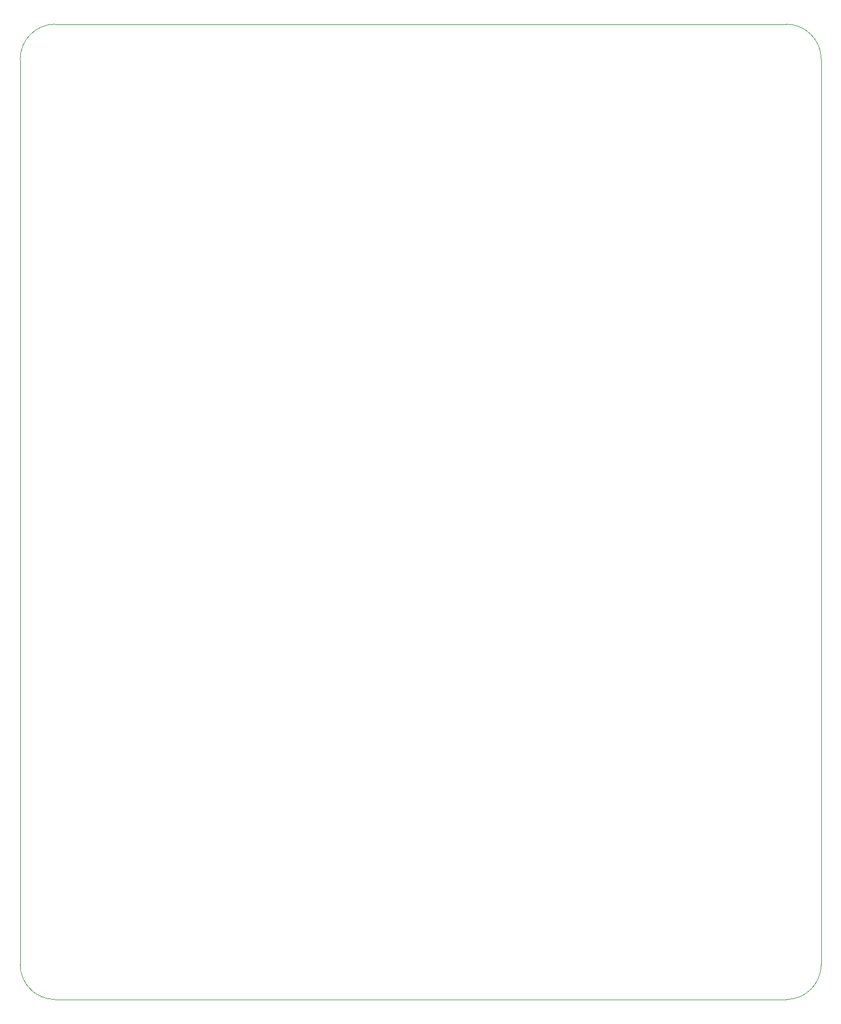
<source format=gm1>
G04 #@! TF.GenerationSoftware,KiCad,Pcbnew,9.0.3*
G04 #@! TF.CreationDate,2025-08-08T01:40:51+09:00*
G04 #@! TF.ProjectId,ESP32-MB-1.0,45535033-322d-44d4-922d-312e302e6b69,rev?*
G04 #@! TF.SameCoordinates,Original*
G04 #@! TF.FileFunction,Profile,NP*
%FSLAX46Y46*%
G04 Gerber Fmt 4.6, Leading zero omitted, Abs format (unit mm)*
G04 Created by KiCad (PCBNEW 9.0.3) date 2025-08-08 01:40:51*
%MOMM*%
%LPD*%
G01*
G04 APERTURE LIST*
G04 #@! TA.AperFunction,Profile*
%ADD10C,0.050000*%
G04 #@! TD*
G04 APERTURE END LIST*
D10*
X203078000Y-151930000D02*
X203078000Y-19850000D01*
X203078000Y-151930000D02*
G75*
G02*
X197998000Y-157010000I-5080000J0D01*
G01*
X197998000Y-14770000D02*
X91318000Y-14770000D01*
X91318000Y-157010000D02*
G75*
G02*
X86238000Y-151930000I0J5080000D01*
G01*
X86238000Y-19850000D02*
X86238000Y-151930000D01*
X197998000Y-14770000D02*
G75*
G02*
X203078000Y-19850000I0J-5080000D01*
G01*
X86238000Y-19850000D02*
G75*
G02*
X91318000Y-14770000I5080000J0D01*
G01*
X91318000Y-157010000D02*
X197998000Y-157010000D01*
M02*

</source>
